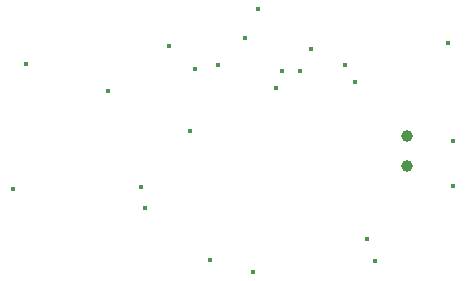
<source format=gbr>
%TF.GenerationSoftware,KiCad,Pcbnew,(5.0.2)-1*%
%TF.CreationDate,2019-02-27T21:34:34+01:00*%
%TF.ProjectId,Osprey_MFS,4f737072-6579-45f4-9d46-532e6b696361,rev?*%
%TF.SameCoordinates,Original*%
%TF.FileFunction,Plated,1,2,PTH,Drill*%
%TF.FilePolarity,Positive*%
%FSLAX46Y46*%
G04 Gerber Fmt 4.6, Leading zero omitted, Abs format (unit mm)*
G04 Created by KiCad (PCBNEW (5.0.2)-1) date 27.02.2019 21:34:34*
%MOMM*%
%LPD*%
G01*
G04 APERTURE LIST*
%TA.AperFunction,ViaDrill*%
%ADD10C,0.400000*%
%TD*%
%TA.AperFunction,ComponentDrill*%
%ADD11C,1.000000*%
%TD*%
G04 APERTURE END LIST*
D10*
X95000000Y-117300000D03*
X96100000Y-106700000D03*
X103000000Y-109000000D03*
X105800000Y-117100000D03*
X106100000Y-118900000D03*
X108200000Y-105200000D03*
X109987500Y-112400000D03*
X110400000Y-107100000D03*
X111600000Y-123300000D03*
X112300000Y-106800000D03*
X114600000Y-104500000D03*
X115300000Y-124300000D03*
X115700000Y-102000000D03*
X117200000Y-108700000D03*
X117700000Y-107300000D03*
X119300000Y-107300000D03*
X120200000Y-105400000D03*
X123100000Y-106800000D03*
X123900000Y-108200000D03*
X124900000Y-121500000D03*
X125600000Y-123400000D03*
X131800000Y-104900000D03*
X132200000Y-113200000D03*
X132200000Y-117000000D03*
D11*
%TO.C,J1*%
X128300000Y-112760000D03*
X128300000Y-115300000D03*
M02*

</source>
